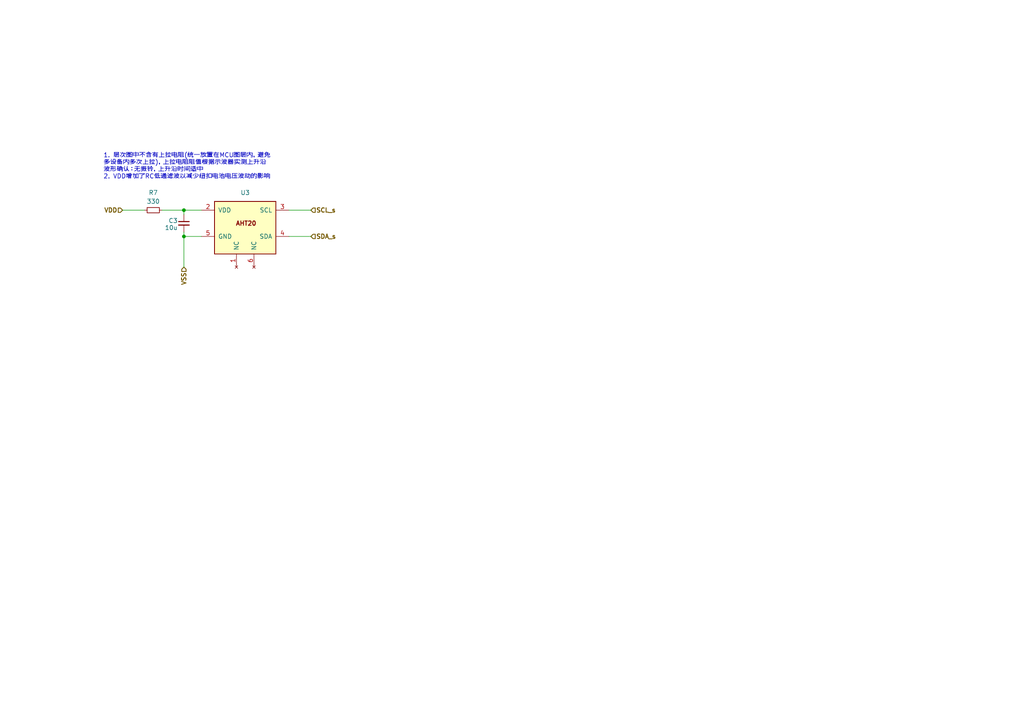
<source format=kicad_sch>
(kicad_sch (version 20231120) (generator "eeschema") (generator_version "8.0")
  (paper "A4")
  (title_block (title "AHT20_Temp&Humidity Sensor") (date "2024-12-14") (rev "Yaohui") (company "ASAIR") (comment 1 "With out Pull-Up Resistors"))
  (lib_symbols
    (symbol "Library:AHT20" (pin_names (offset 1.0142))
      (property "Reference" "U?" (at 0 9.5757 0))
      (symbol "AHT20_1_1"
        (rectangle (start -8.89 6.35) (end 8.89 -8.89) (stroke (width 0.254)) (fill (type background)))
        (text "AHT20" (at 0.254 0 0) (effects (font (size 1.27 1.27) (thickness 0.254) (bold yes))))
        (pin no_connect line (at -2.54 -12.7 90) (length 3.81) (name "NC") (number "1"))
        (pin power_in line (at -12.7 3.81 0) (length 3.81) (name "VDD") (number "2"))
        (pin input line (at 12.7 3.81 180) (length 3.81) (name "SCL") (number "3"))
        (pin bidirectional line (at 12.7 -3.81 180) (length 3.81) (name "SDA") (number "4"))
        (pin power_in line (at -12.7 -3.81 0) (length 3.81) (name "GND") (number "5"))
        (pin no_connect line (at 2.54 -12.7 90) (length 3.81) (name "NC") (number "6"))
      )
    )
    (symbol "Library:C_Small" (pin_numbers hide) (pin_names (offset 0.254) hide)
      (property "Reference" "C" (at 0.254 1.778 0))
      (property "Value" "C_Small" (at 0.254 -2.032 0))
      (symbol "C_Small_0_1"
        (polyline (pts (xy -1.524 -0.508) (xy 1.524 -0.508)) (stroke (width 0.3302)))
        (polyline (pts (xy -1.524 0.508) (xy 1.524 0.508)) (stroke (width 0.3048)))
      )
      (symbol "C_Small_1_1"
        (pin passive line (at 0 2.54 270) (length 2.032) (name "~") (number "1"))
        (pin passive line (at 0 -2.54 90) (length 2.032) (name "~") (number "2"))
      )
    )
    (symbol "Library:R_Small" (pin_numbers hide) (pin_names (offset 0.254) hide)
      (property "Reference" "R" (at 0.762 0.508 0))
      (property "Value" "R_Small" (at 0.762 -1.016 0))
      (symbol "R_Small_0_1"
        (rectangle (start -0.762 1.778) (end 0.762 -1.778) (stroke (width 0.2032)))
      )
      (symbol "R_Small_1_1"
        (pin passive line (at 0 2.54 270) (length 0.762) (name "~") (number "1"))
        (pin passive line (at 0 -2.54 90) (length 0.762) (name "~") (number "2"))
      )
    )
  )
  (junction (at 53.34 60.96))
  (junction (at 53.34 68.58))
  (wire (pts (xy 53.34 68.58) (xy 53.34 77.47)))
  (wire (pts (xy 53.34 68.58) (xy 58.42 68.58)))
  (wire (pts (xy 35.56 60.96) (xy 41.91 60.96)))
  (wire (pts (xy 46.99 60.96) (xy 53.34 60.96)))
  (wire (pts (xy 53.34 67.31) (xy 53.34 68.58)))
  (wire (pts (xy 83.82 60.96) (xy 90.17 60.96)))
  (wire (pts (xy 53.34 60.96) (xy 53.34 62.23)))
  (wire (pts (xy 83.82 68.58) (xy 90.17 68.58)))
  (wire (pts (xy 53.34 60.96) (xy 58.42 60.96)))
  (text "1. 层次图中不含有上拉电阻(统一放置在MCU图层内，避免\n多设备内多次上拉)，上拉电阻阻值根据示波器实测上升沿\n波形确认：无振铃，上升沿时间适中\n2. VDD增加了RC低通滤波以减少纽扣电池电压波动的影响" (at 29.972 48.26 0) (effects (font (size 1.27 1.27)) (justify left)))
  (hierarchical_label "VSS" (shape input) (at 53.34 77.47 270) (effects (font (thickness 0.254) (bold yes))))
  (hierarchical_label "SCL_s" (shape input) (at 90.17 60.96 0) (effects (font (thickness 0.254) (bold yes))))
  (hierarchical_label "VDD" (shape input) (at 35.56 60.96 180) (effects (font (thickness 0.254) (bold yes))) (property "Supp.Vol" "1.62~5.50V" (effects (hide yes))))
  (hierarchical_label "SDA_s" (shape input) (at 90.17 68.58 0) (effects (font (thickness 0.254) (bold yes))))
  (symbol (lib_id "Library:AHT20") (at 71.12 64.77 0) (unit 1)
    (property "Reference" "U3" (at 71.12 55.88 0))
    (property "Footprint" "Package_LGA:LGA-6_3x3mm_P1.00mm" (effects (hide yes)))
    (property "Description" "Temperature And Humidity Sensor SMD6 2~5.5V" (effects (hide yes)))
    (property "Mpn" "AHT20" (effects (hide yes)))
    (property "Manufacturer" "ASAIR" (effects (hide yes)))
    (property "Accuracy" "2 %" (effects (hide yes)))
    (property "Application" "Consumer，Industrial" (effects (hide yes)))
    (property "Grade" "Consumer" (effects (hide yes)))
    (property "Height" "1.00 mm" (effects (hide yes)))
    (property "Interface" "I²C" (effects (hide yes)))
    (property "Lead Free" "Yes" (effects (hide yes)))
    (property "Moisture Sensitive" "0~100%RH" (effects (hide yes)))
    (property "Mount" "SMT" (effects (hide yes)))
    (property "Operating Temperature" "85 °C" (effects (hide yes)))
    (property "Output Configuration" "-" (effects (hide yes)))
    (property "Output Type" "数字的" (effects (hide yes)))
    (property "Package" "DFN-6(3x3)" (effects (hide yes)))
    (property "Pins" "6 defualt" (effects (hide yes)))
    (property "Sensor Types" "湿度，温度" (effects (hide yes)))
    (property "Series" "AHT20" (effects (hide yes)))
    (property "Supply Voltage" "5.5 V" (effects (hide yes)))
    (property "Turn-On Time" "8 s" (effects (hide yes)))
    (property "_INVALID_DATA" "AHT20" (effects (hide yes)))
    (property "packaging" "5000pcs" (effects (hide yes)))
    (property "Type" "AHT20" (effects (hide yes)))
  )
  (symbol (lib_id "Library:R_Small") (at 44.45 60.96 90) (unit 1)
    (property "Reference" "R7" (at 44.45 55.88 90))
    (property "Value" "330" (at 44.45 58.42 90))
    (property "Footprint" "PCM_Resistor_SMD_AKL:R_0402_1005Metric_Pad0.72x0.64mm_HandSolder" (effects (hide yes)))
    (property "Description" "Resistor, small symbol" (effects (hide yes)))
    (property "Type" "RC-02W3300FT" (effects (hide yes)))
    (property "Manufacturer" "FH" (effects (hide yes)))
  )
  (symbol (lib_id "Library:C_Small") (at 53.34 64.77 0) (unit 1)
    (property "Reference" "C3" (at 51.562 64.008 0) (effects (justify right)))
    (property "Value" "10u" (at 51.562 66.04 0) (effects (justify right)))
    (property "Footprint" "PCM_Capacitor_SMD_AKL:C_0603_1608Metric_Pad1.05x0.95mm_HandSolder" (effects (hide yes)))
    (property "Description" "Unpolarized capacitor, small symbol" (effects (hide yes)))
    (property "Type" "V106M0603X5R100NKT" (effects (hide yes)))
    (property "Manufacturer" "VIIYONG" (effects (hide yes)))
  )
)
</source>
